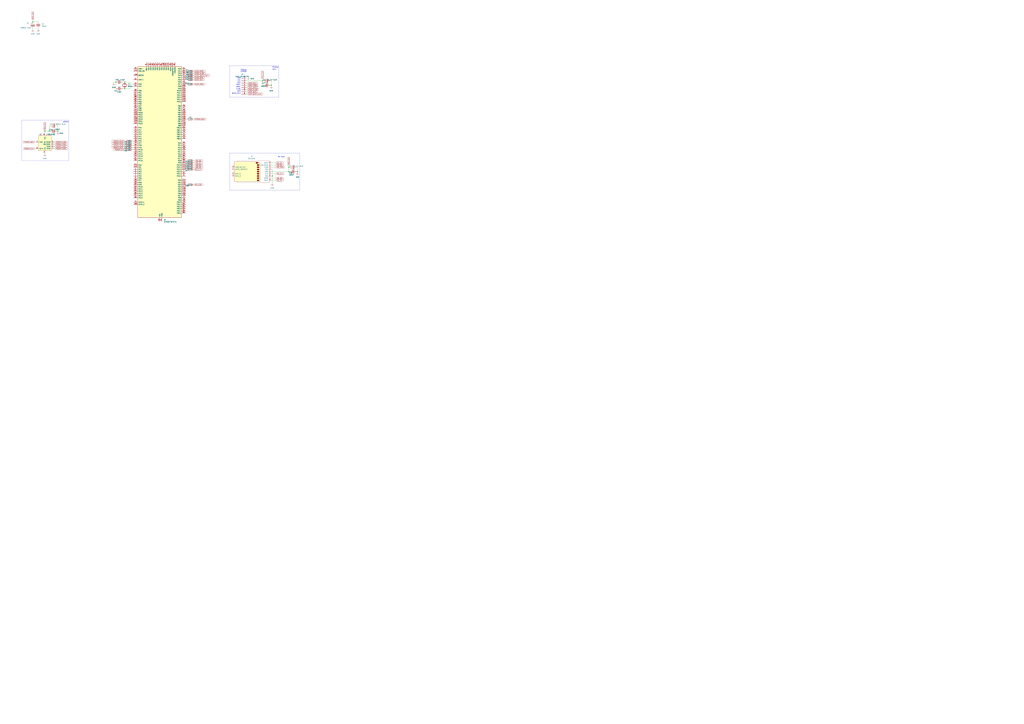
<source format=kicad_sch>
(kicad_sch (version 20231120) (generator "eeschema") (generator_version "8.0")
  (paper "A0")
  (title_block (title "FerFox Prototype") (rev "1") (comment 1 "Aravita Cor") (comment 2 "AGPLv3+"))
  (lib_symbols
    (symbol "Connector:Conn_01x08_Pin" (pin_names (offset 1.016) hide)
      (property "Reference" "J" (at 0 10.16 0))
      (property "Value" "Conn_01x08_Pin" (at 0 -12.7 0))
      (symbol "Conn_01x08_Pin_1_1"
        (polyline (pts (xy 1.27 -10.16) (xy 0.8636 -10.16)) (stroke (width 0.1524)))
        (polyline (pts (xy 1.27 -7.62) (xy 0.8636 -7.62)) (stroke (width 0.1524)))
        (polyline (pts (xy 1.27 -5.08) (xy 0.8636 -5.08)) (stroke (width 0.1524)))
        (polyline (pts (xy 1.27 -2.54) (xy 0.8636 -2.54)) (stroke (width 0.1524)))
        (polyline (pts (xy 1.27 0) (xy 0.8636 0)) (stroke (width 0.1524)))
        (polyline (pts (xy 1.27 2.54) (xy 0.8636 2.54)) (stroke (width 0.1524)))
        (polyline (pts (xy 1.27 5.08) (xy 0.8636 5.08)) (stroke (width 0.1524)))
        (polyline (pts (xy 1.27 7.62) (xy 0.8636 7.62)) (stroke (width 0.1524)))
        (rectangle (start 0.8636 -10.033) (end 0 -10.287) (stroke (width 0.1524)) (fill (type outline)))
        (rectangle (start 0.8636 -7.493) (end 0 -7.747) (stroke (width 0.1524)) (fill (type outline)))
        (rectangle (start 0.8636 -4.953) (end 0 -5.207) (stroke (width 0.1524)) (fill (type outline)))
        (rectangle (start 0.8636 -2.413) (end 0 -2.667) (stroke (width 0.1524)) (fill (type outline)))
        (rectangle (start 0.8636 0.127) (end 0 -0.127) (stroke (width 0.1524)) (fill (type outline)))
        (rectangle (start 0.8636 2.667) (end 0 2.413) (stroke (width 0.1524)) (fill (type outline)))
        (rectangle (start 0.8636 5.207) (end 0 4.953) (stroke (width 0.1524)) (fill (type outline)))
        (rectangle (start 0.8636 7.747) (end 0 7.493) (stroke (width 0.1524)) (fill (type outline)))
        (pin passive line (at 5.08 7.62 180) (length 3.81) (name "Pin_1") (number "1"))
        (pin passive line (at 5.08 5.08 180) (length 3.81) (name "Pin_2") (number "2"))
        (pin passive line (at 5.08 2.54 180) (length 3.81) (name "Pin_3") (number "3"))
        (pin passive line (at 5.08 0 180) (length 3.81) (name "Pin_4") (number "4"))
        (pin passive line (at 5.08 -2.54 180) (length 3.81) (name "Pin_5") (number "5"))
        (pin passive line (at 5.08 -5.08 180) (length 3.81) (name "Pin_6") (number "6"))
        (pin passive line (at 5.08 -7.62 180) (length 3.81) (name "Pin_7") (number "7"))
        (pin passive line (at 5.08 -10.16 180) (length 3.81) (name "Pin_8") (number "8"))
      )
    )
    (symbol "Connector:SD_Card" (pin_names (offset 1.016))
      (property "Reference" "J" (at -16.51 13.97 0))
      (property "Value" "SD_Card" (at 15.24 -13.97 0))
      (symbol "SD_Card_0_1"
        (rectangle (start -8.89 -9.525) (end -6.35 -10.795) (fill (type outline)))
        (rectangle (start -8.89 -6.985) (end -6.35 -8.255) (fill (type outline)))
        (rectangle (start -8.89 -4.445) (end -6.35 -5.715) (fill (type outline)))
        (rectangle (start -8.89 -1.905) (end -6.35 -3.175) (fill (type outline)))
        (rectangle (start -8.89 0.635) (end -6.35 -0.635) (fill (type outline)))
        (rectangle (start -8.89 3.175) (end -6.35 1.905) (fill (type outline)))
        (rectangle (start -8.89 5.715) (end -6.35 4.445) (fill (type outline)))
        (rectangle (start -8.89 8.255) (end -6.35 6.985) (fill (type outline)))
        (rectangle (start -7.62 10.795) (end -5.08 9.525) (fill (type outline)))
        (polyline (pts (xy -10.16 8.89) (xy -7.62 11.43) (xy 20.32 11.43) (xy 20.32 -11.43) (xy -10.16 -11.43) (xy -10.16 8.89)) (fill (type background)))
        (polyline (pts (xy 16.51 11.43) (xy 16.51 12.7) (xy -20.32 12.7) (xy -20.32 -12.7) (xy 16.51 -12.7) (xy 16.51 -11.43)))
      )
      (symbol "SD_Card_1_1"
        (pin input line (at -22.86 7.62 0) (length 2.54) (name "CD/DAT3") (number "1"))
        (pin input line (at 22.86 5.08 180) (length 2.54) (name "CARD_DETECT") (number "10"))
        (pin input line (at 22.86 2.54 180) (length 2.54) (name "WRITE_PROTECT") (number "11"))
        (pin input line (at 22.86 -2.54 180) (length 2.54) (name "SHELL1") (number "12"))
        (pin input line (at 22.86 -5.08 180) (length 2.54) (name "SHELL2") (number "13"))
        (pin input line (at -22.86 5.08 0) (length 2.54) (name "CMD") (number "2"))
        (pin power_in line (at -22.86 2.54 0) (length 2.54) (name "VSS") (number "3"))
        (pin power_in line (at -22.86 0 0) (length 2.54) (name "VDD") (number "4"))
        (pin input line (at -22.86 -2.54 0) (length 2.54) (name "CLK") (number "5"))
        (pin power_in line (at -22.86 -5.08 0) (length 2.54) (name "VSS") (number "6"))
        (pin input line (at -22.86 -7.62 0) (length 2.54) (name "DAT0") (number "7"))
        (pin input line (at -22.86 -10.16 0) (length 2.54) (name "DAT1") (number "8"))
        (pin input line (at -22.86 10.16 0) (length 2.54) (name "DAT2") (number "9"))
      )
    )
    (symbol "Device:C" (pin_numbers hide) (pin_names (offset 0.254))
      (property "Reference" "C" (at 0.635 2.54 0))
      (property "Value" "C" (at 0.635 -2.54 0))
      (symbol "C_0_1"
        (polyline (pts (xy -2.032 -0.762) (xy 2.032 -0.762)) (stroke (width 0.508)))
        (polyline (pts (xy -2.032 0.762) (xy 2.032 0.762)) (stroke (width 0.508)))
      )
      (symbol "C_1_1"
        (pin passive line (at 0 3.81 270) (length 2.794) (name "~") (number "1"))
        (pin passive line (at 0 -3.81 90) (length 2.794) (name "~") (number "2"))
      )
    )
    (symbol "Device:C_Polarized" (pin_numbers hide) (pin_names (offset 0.254))
      (property "Reference" "C" (at 0.635 2.54 0))
      (property "Value" "C_Polarized" (at 0.635 -2.54 0))
      (symbol "C_Polarized_0_1"
        (rectangle (start -2.286 0.508) (end 2.286 1.016))
        (polyline (pts (xy -1.778 2.286) (xy -0.762 2.286)))
        (polyline (pts (xy -1.27 2.794) (xy -1.27 1.778)))
        (rectangle (start 2.286 -0.508) (end -2.286 -1.016) (fill (type outline)))
      )
      (symbol "C_Polarized_1_1"
        (pin passive line (at 0 3.81 270) (length 2.794) (name "~") (number "1"))
        (pin passive line (at 0 -3.81 90) (length 2.794) (name "~") (number "2"))
      )
    )
    (symbol "Device:Crystal" (pin_numbers hide) (pin_names (offset 1.016) hide)
      (property "Reference" "Y" (at 0 3.81 0))
      (property "Value" "Crystal" (at 0 -3.81 0))
      (symbol "Crystal_0_1"
        (rectangle (start -1.143 2.54) (end 1.143 -2.54) (stroke (width 0.3048)))
        (polyline (pts (xy -2.54 0) (xy -1.905 0)))
        (polyline (pts (xy -1.905 -1.27) (xy -1.905 1.27)) (stroke (width 0.508)))
        (polyline (pts (xy 1.905 -1.27) (xy 1.905 1.27)) (stroke (width 0.508)))
        (polyline (pts (xy 2.54 0) (xy 1.905 0)))
      )
      (symbol "Crystal_1_1"
        (pin passive line (at -3.81 0 0) (length 1.27) (name "1") (number "1"))
        (pin passive line (at 3.81 0 180) (length 1.27) (name "2") (number "2"))
      )
    )
    (symbol "Device:R" (pin_numbers hide) (pin_names (offset 0))
      (property "Reference" "R" (at 2.032 0 90))
      (property "Value" "R" (at 0 0 90))
      (symbol "R_0_1"
        (rectangle (start -1.016 -2.54) (end 1.016 2.54) (stroke (width 0.254)))
      )
      (symbol "R_1_1"
        (pin passive line (at 0 3.81 270) (length 1.27) (name "~") (number "1"))
        (pin passive line (at 0 -3.81 90) (length 1.27) (name "~") (number "2"))
      )
    )
    (symbol "GND_1" (power) (pin_numbers hide) (pin_names (offset 0) hide)
      (property "Value" "GND" (at 0 -3.81 0))
      (symbol "GND_1_0_1"
        (polyline (pts (xy 0 0) (xy 0 -1.27) (xy 1.27 -1.27) (xy 0 -2.54) (xy -1.27 -1.27) (xy 0 -1.27)))
      )
      (symbol "GND_1_1_1"
        (pin power_in line (at 0 0 270) (length 0) (name "~") (number "1"))
      )
    )
    (symbol "GND_2" (power) (pin_numbers hide) (pin_names (offset 0) hide)
      (property "Value" "GND" (at 0 -3.81 0))
      (symbol "GND_2_0_1"
        (polyline (pts (xy 0 0) (xy 0 -1.27) (xy 1.27 -1.27) (xy 0 -2.54) (xy -1.27 -1.27) (xy 0 -1.27)))
      )
      (symbol "GND_2_1_1"
        (pin power_in line (at 0 0 270) (length 0) (name "~") (number "1"))
      )
    )
    (symbol "MCU_ST_STM32F7:STM32F767ZITx"
      (property "Reference" "U" (at -25.4 90.17 0))
      (property "Value" "STM32F767ZITx" (at 20.32 90.17 0))
      (symbol "STM32F767ZITx_0_1"
        (rectangle (start -25.4 -86.36) (end 25.4 88.9) (stroke (width 0.254)) (fill (type background)))
      )
      (symbol "STM32F767ZITx_1_1"
        (pin bidirectional line (at -30.48 -30.48 0) (length 5.08) (name "PE2") (number "1"))
        (pin bidirectional line (at -30.48 17.78 0) (length 5.08) (name "PF0") (number "10"))
        (pin bidirectional line (at 30.48 66.04 180) (length 5.08) (name "PA8") (number "100"))
        (pin bidirectional line (at 30.48 63.5 180) (length 5.08) (name "PA9") (number "101"))
        (pin bidirectional line (at 30.48 60.96 180) (length 5.08) (name "PA10") (number "102"))
        (pin bidirectional line (at 30.48 58.42 180) (length 5.08) (name "PA11") (number "103"))
        (pin bidirectional line (at 30.48 55.88 180) (length 5.08) (name "PA12") (number "104"))
        (pin bidirectional line (at 30.48 53.34 180) (length 5.08) (name "PA13") (number "105"))
        (pin power_out line (at -30.48 -71.12 0) (length 5.08) (name "VCAP_2") (number "106"))
        (pin passive line (at 0 -91.44 90) (length 5.08) hide (name "VSS") (number "107"))
        (pin power_in line (at 5.08 93.98 270) (length 5.08) (name "VDD") (number "108"))
        (pin bidirectional line (at 30.48 50.8 180) (length 5.08) (name "PA14") (number "109"))
        (pin bidirectional line (at -30.48 15.24 0) (length 5.08) (name "PF1") (number "11"))
        (pin bidirectional line (at 30.48 48.26 180) (length 5.08) (name "PA15") (number "110"))
        (pin bidirectional line (at 30.48 -25.4 180) (length 5.08) (name "PC10") (number "111"))
        (pin bidirectional line (at 30.48 -27.94 180) (length 5.08) (name "PC11") (number "112"))
        (pin bidirectional line (at 30.48 -30.48 180) (length 5.08) (name "PC12") (number "113"))
        (pin bidirectional line (at 30.48 -43.18 180) (length 5.08) (name "PD0") (number "114"))
        (pin bidirectional line (at 30.48 -45.72 180) (length 5.08) (name "PD1") (number "115"))
        (pin bidirectional line (at 30.48 -48.26 180) (length 5.08) (name "PD2") (number "116"))
        (pin bidirectional line (at 30.48 -50.8 180) (length 5.08) (name "PD3") (number "117"))
        (pin bidirectional line (at 30.48 -53.34 180) (length 5.08) (name "PD4") (number "118"))
        (pin bidirectional line (at 30.48 -55.88 180) (length 5.08) (name "PD5") (number "119"))
        (pin bidirectional line (at -30.48 12.7 0) (length 5.08) (name "PF2") (number "12"))
        (pin passive line (at 0 -91.44 90) (length 5.08) hide (name "VSS") (number "120"))
        (pin power_in line (at 15.24 93.98 270) (length 5.08) (name "VDDSDMMC") (number "121"))
        (pin bidirectional line (at 30.48 -58.42 180) (length 5.08) (name "PD6") (number "122"))
        (pin bidirectional line (at 30.48 -60.96 180) (length 5.08) (name "PD7") (number "123"))
        (pin bidirectional line (at -30.48 38.1 0) (length 5.08) (name "PG9") (number "124"))
        (pin bidirectional line (at -30.48 35.56 0) (length 5.08) (name "PG10") (number "125"))
        (pin bidirectional line (at -30.48 33.02 0) (length 5.08) (name "PG11") (number "126"))
        (pin bidirectional line (at -30.48 30.48 0) (length 5.08) (name "PG12") (number "127"))
        (pin bidirectional line (at -30.48 27.94 0) (length 5.08) (name "PG13") (number "128"))
        (pin bidirectional line (at -30.48 25.4 0) (length 5.08) (name "PG14") (number "129"))
        (pin bidirectional line (at -30.48 10.16 0) (length 5.08) (name "PF3") (number "13"))
        (pin passive line (at 0 -91.44 90) (length 5.08) hide (name "VSS") (number "130"))
        (pin power_in line (at 7.62 93.98 270) (length 5.08) (name "VDD") (number "131"))
        (pin bidirectional line (at -30.48 22.86 0) (length 5.08) (name "PG15") (number "132"))
        (pin bidirectional line (at 30.48 35.56 180) (length 5.08) (name "PB3") (number "133"))
        (pin bidirectional line (at 30.48 33.02 180) (length 5.08) (name "PB4") (number "134"))
        (pin bidirectional line (at 30.48 30.48 180) (length 5.08) (name "PB5") (number "135"))
        (pin bidirectional line (at 30.48 27.94 180) (length 5.08) (name "PB6") (number "136"))
        (pin bidirectional line (at 30.48 25.4 180) (length 5.08) (name "PB7") (number "137"))
        (pin input line (at -30.48 78.74 0) (length 5.08) (name "BOOT0") (number "138"))
        (pin bidirectional line (at 30.48 22.86 180) (length 5.08) (name "PB8") (number "139"))
        (pin bidirectional line (at -30.48 7.62 0) (length 5.08) (name "PF4") (number "14"))
        (pin bidirectional line (at 30.48 20.32 180) (length 5.08) (name "PB9") (number "140"))
        (pin bidirectional line (at -30.48 -25.4 0) (length 5.08) (name "PE0") (number "141"))
        (pin bidirectional line (at -30.48 -27.94 0) (length 5.08) (name "PE1") (number "142"))
        (pin input line (at -30.48 83.82 0) (length 5.08) (name "PDR_ON") (number "143"))
        (pin power_in line (at 10.16 93.98 270) (length 5.08) (name "VDD") (number "144"))
        (pin bidirectional line (at -30.48 5.08 0) (length 5.08) (name "PF5") (number "15"))
        (pin power_in line (at 0 -91.44 90) (length 5.08) (name "VSS") (number "16"))
        (pin power_in line (at -12.7 93.98 270) (length 5.08) (name "VDD") (number "17"))
        (pin bidirectional line (at -30.48 2.54 0) (length 5.08) (name "PF6") (number "18"))
        (pin bidirectional line (at -30.48 0 0) (length 5.08) (name "PF7") (number "19"))
        (pin bidirectional line (at -30.48 -33.02 0) (length 5.08) (name "PE3") (number "2"))
        (pin bidirectional line (at -30.48 -2.54 0) (length 5.08) (name "PF8") (number "20"))
        (pin bidirectional line (at -30.48 -5.08 0) (length 5.08) (name "PF9") (number "21"))
        (pin bidirectional line (at -30.48 -7.62 0) (length 5.08) (name "PF10") (number "22"))
        (pin bidirectional line (at -30.48 68.58 0) (length 5.08) (name "PH0") (number "23"))
        (pin bidirectional line (at -30.48 66.04 0) (length 5.08) (name "PH1") (number "24"))
        (pin input line (at -30.48 86.36 0) (length 5.08) (name "NRST") (number "25"))
        (pin bidirectional line (at 30.48 0 180) (length 5.08) (name "PC0") (number "26"))
        (pin bidirectional line (at 30.48 -2.54 180) (length 5.08) (name "PC1") (number "27"))
        (pin bidirectional line (at 30.48 -5.08 180) (length 5.08) (name "PC2") (number "28"))
        (pin bidirectional line (at 30.48 -7.62 180) (length 5.08) (name "PC3") (number "29"))
        (pin bidirectional line (at -30.48 -35.56 0) (length 5.08) (name "PE4") (number "3"))
        (pin power_in line (at -10.16 93.98 270) (length 5.08) (name "VDD") (number "30"))
        (pin power_in line (at 2.54 -91.44 90) (length 5.08) (name "VSSA") (number "31"))
        (pin input line (at -30.48 73.66 0) (length 5.08) (name "VREF+") (number "32"))
        (pin power_in line (at 12.7 93.98 270) (length 5.08) (name "VDDA") (number "33"))
        (pin bidirectional line (at 30.48 86.36 180) (length 5.08) (name "PA0") (number "34"))
        (pin bidirectional line (at 30.48 83.82 180) (length 5.08) (name "PA1") (number "35"))
        (pin bidirectional line (at 30.48 81.28 180) (length 5.08) (name "PA2") (number "36"))
        (pin bidirectional line (at 30.48 78.74 180) (length 5.08) (name "PA3") (number "37"))
        (pin passive line (at 0 -91.44 90) (length 5.08) hide (name "VSS") (number "38"))
        (pin power_in line (at -7.62 93.98 270) (length 5.08) (name "VDD") (number "39"))
        (pin bidirectional line (at -30.48 -38.1 0) (length 5.08) (name "PE5") (number "4"))
        (pin bidirectional line (at 30.48 76.2 180) (length 5.08) (name "PA4") (number "40"))
        (pin bidirectional line (at 30.48 73.66 180) (length 5.08) (name "PA5") (number "41"))
        (pin bidirectional line (at 30.48 71.12 180) (length 5.08) (name "PA6") (number "42"))
        (pin bidirectional line (at 30.48 68.58 180) (length 5.08) (name "PA7") (number "43"))
        (pin bidirectional line (at 30.48 -10.16 180) (length 5.08) (name "PC4") (number "44"))
        (pin bidirectional line (at 30.48 -12.7 180) (length 5.08) (name "PC5") (number "45"))
        (pin bidirectional line (at 30.48 43.18 180) (length 5.08) (name "PB0") (number "46"))
        (pin bidirectional line (at 30.48 40.64 180) (length 5.08) (name "PB1") (number "47"))
        (pin bidirectional line (at 30.48 38.1 180) (length 5.08) (name "PB2") (number "48"))
        (pin bidirectional line (at -30.48 -10.16 0) (length 5.08) (name "PF11") (number "49"))
        (pin bidirectional line (at -30.48 -40.64 0) (length 5.08) (name "PE6") (number "5"))
        (pin bidirectional line (at -30.48 -12.7 0) (length 5.08) (name "PF12") (number "50"))
        (pin passive line (at 0 -91.44 90) (length 5.08) hide (name "VSS") (number "51"))
        (pin power_in line (at -5.08 93.98 270) (length 5.08) (name "VDD") (number "52"))
        (pin bidirectional line (at -30.48 -15.24 0) (length 5.08) (name "PF13") (number "53"))
        (pin bidirectional line (at -30.48 -17.78 0) (length 5.08) (name "PF14") (number "54"))
        (pin bidirectional line (at -30.48 -20.32 0) (length 5.08) (name "PF15") (number "55"))
        (pin bidirectional line (at -30.48 60.96 0) (length 5.08) (name "PG0") (number "56"))
        (pin bidirectional line (at -30.48 58.42 0) (length 5.08) (name "PG1") (number "57"))
        (pin bidirectional line (at -30.48 -43.18 0) (length 5.08) (name "PE7") (number "58"))
        (pin bidirectional line (at -30.48 -45.72 0) (length 5.08) (name "PE8") (number "59"))
        (pin power_in line (at -15.24 93.98 270) (length 5.08) (name "VBAT") (number "6"))
        (pin bidirectional line (at -30.48 -48.26 0) (length 5.08) (name "PE9") (number "60"))
        (pin passive line (at 0 -91.44 90) (length 5.08) hide (name "VSS") (number "61"))
        (pin power_in line (at -2.54 93.98 270) (length 5.08) (name "VDD") (number "62"))
        (pin bidirectional line (at -30.48 -50.8 0) (length 5.08) (name "PE10") (number "63"))
        (pin bidirectional line (at -30.48 -53.34 0) (length 5.08) (name "PE11") (number "64"))
        (pin bidirectional line (at -30.48 -55.88 0) (length 5.08) (name "PE12") (number "65"))
        (pin bidirectional line (at -30.48 -58.42 0) (length 5.08) (name "PE13") (number "66"))
        (pin bidirectional line (at -30.48 -60.96 0) (length 5.08) (name "PE14") (number "67"))
        (pin bidirectional line (at -30.48 -63.5 0) (length 5.08) (name "PE15") (number "68"))
        (pin bidirectional line (at 30.48 17.78 180) (length 5.08) (name "PB10") (number "69"))
        (pin bidirectional line (at 30.48 -33.02 180) (length 5.08) (name "PC13") (number "7"))
        (pin bidirectional line (at 30.48 15.24 180) (length 5.08) (name "PB11") (number "70"))
        (pin power_out line (at -30.48 -68.58 0) (length 5.08) (name "VCAP_1") (number "71"))
        (pin power_in line (at 0 93.98 270) (length 5.08) (name "VDD") (number "72"))
        (pin bidirectional line (at 30.48 12.7 180) (length 5.08) (name "PB12") (number "73"))
        (pin bidirectional line (at 30.48 10.16 180) (length 5.08) (name "PB13") (number "74"))
        (pin bidirectional line (at 30.48 7.62 180) (length 5.08) (name "PB14") (number "75"))
        (pin bidirectional line (at 30.48 5.08 180) (length 5.08) (name "PB15") (number "76"))
        (pin bidirectional line (at 30.48 -63.5 180) (length 5.08) (name "PD8") (number "77"))
        (pin bidirectional line (at 30.48 -66.04 180) (length 5.08) (name "PD9") (number "78"))
        (pin bidirectional line (at 30.48 -68.58 180) (length 5.08) (name "PD10") (number "79"))
        (pin bidirectional line (at 30.48 -35.56 180) (length 5.08) (name "PC14") (number "8"))
        (pin bidirectional line (at 30.48 -71.12 180) (length 5.08) (name "PD11") (number "80"))
        (pin bidirectional line (at 30.48 -73.66 180) (length 5.08) (name "PD12") (number "81"))
        (pin bidirectional line (at 30.48 -76.2 180) (length 5.08) (name "PD13") (number "82"))
        (pin passive line (at 0 -91.44 90) (length 5.08) hide (name "VSS") (number "83"))
        (pin power_in line (at 2.54 93.98 270) (length 5.08) (name "VDD") (number "84"))
        (pin bidirectional line (at 30.48 -78.74 180) (length 5.08) (name "PD14") (number "85"))
        (pin bidirectional line (at 30.48 -81.28 180) (length 5.08) (name "PD15") (number "86"))
        (pin bidirectional line (at -30.48 55.88 0) (length 5.08) (name "PG2") (number "87"))
        (pin bidirectional line (at -30.48 53.34 0) (length 5.08) (name "PG3") (number "88"))
        (pin bidirectional line (at -30.48 50.8 0) (length 5.08) (name "PG4") (number "89"))
        (pin bidirectional line (at 30.48 -38.1 180) (length 5.08) (name "PC15") (number "9"))
        (pin bidirectional line (at -30.48 48.26 0) (length 5.08) (name "PG5") (number "90"))
        (pin bidirectional line (at -30.48 45.72 0) (length 5.08) (name "PG6") (number "91"))
        (pin bidirectional line (at -30.48 43.18 0) (length 5.08) (name "PG7") (number "92"))
        (pin bidirectional line (at -30.48 40.64 0) (length 5.08) (name "PG8") (number "93"))
        (pin passive line (at 0 -91.44 90) (length 5.08) hide (name "VSS") (number "94"))
        (pin power_in line (at 17.78 93.98 270) (length 5.08) (name "VDDUSB") (number "95"))
        (pin bidirectional line (at 30.48 -15.24 180) (length 5.08) (name "PC6") (number "96"))
        (pin bidirectional line (at 30.48 -17.78 180) (length 5.08) (name "PC7") (number "97"))
        (pin bidirectional line (at 30.48 -20.32 180) (length 5.08) (name "PC8") (number "98"))
        (pin bidirectional line (at 30.48 -22.86 180) (length 5.08) (name "PC9") (number "99"))
      )
    )
    (symbol "aravita library:LY68L6400" (pin_names (offset 1.016))
      (property "Reference" "U" (at 1.27 -3.81 0))
      (property "Value" "LY68L6400" (at 0 -10.16 0))
      (symbol "LY68L6400_0_1"
        (rectangle (start -7.62 -5.08) (end 7.62 -22.86) (fill (type background)))
      )
      (symbol "LY68L6400_1_1"
        (pin input line (at -10.16 -12.7 0) (length 2.54) (name "CE#") (number "1"))
        (pin bidirectional line (at 10.16 -15.24 180) (length 2.54) (name "SO/SIO1") (number "2"))
        (pin bidirectional line (at 10.16 -17.78 180) (length 2.54) (name "SIO2") (number "3"))
        (pin power_in line (at 0 -25.4 90) (length 2.54) (name "Vss") (number "4"))
        (pin bidirectional line (at 10.16 -12.7 180) (length 2.54) (name "SI/SIO0") (number "5"))
        (pin input line (at -10.16 -20.32 0) (length 2.54) (name "SCLK") (number "6"))
        (pin bidirectional line (at 10.16 -20.32 180) (length 2.54) (name "SIO3") (number "7"))
        (pin power_in line (at 0 -2.54 270) (length 2.54) (name "Vcc") (number "8"))
      )
    )
    (symbol "power:GND" (power) (pin_names (offset 0))
      (property "Value" "GND" (at 0 -3.81 0))
      (symbol "GND_0_1"
        (polyline (pts (xy 0 0) (xy 0 -1.27) (xy 1.27 -1.27) (xy 0 -2.54) (xy -1.27 -1.27) (xy 0 -1.27)))
      )
      (symbol "GND_1_1"
        (pin power_in line (at 0 0 270) (length 0) hide (name "GND") (number "1"))
      )
    )
  )
  (junction (at 52.07 152.4))
  (junction (at 144.78 95.25))
  (junction (at 57.15 152.4))
  (junction (at 134.62 95.25))
  (junction (at 335.28 199.39))
  (junction (at 314.96 99.06))
  (junction (at 316.23 204.47))
  (junction (at 67.31 152.4))
  (junction (at 144.78 102.87))
  (junction (at 38.1 25.4))
  (junction (at 304.8 93.98))
  (junction (at 345.44 199.39))
  (junction (at 335.28 194.31))
  (wire (pts (xy 215.9 92.71) (xy 217.17 92.71)))
  (wire (pts (xy 335.28 194.31) (xy 336.55 194.31)))
  (wire (pts (xy 67.31 152.4) (xy 66.04 152.4)))
  (wire (pts (xy 314.96 191.77) (xy 320.04 191.77)))
  (wire (pts (xy 38.1 25.4) (xy 44.45 25.4)))
  (wire (pts (xy 285.75 101.6) (xy 287.02 101.6)))
  (wire (pts (xy 215.9 87.63) (xy 217.17 87.63)))
  (wire (pts (xy 314.96 93.98) (xy 314.96 99.06)))
  (wire (pts (xy 224.79 191.77) (xy 226.06 191.77)))
  (wire (pts (xy 67.31 146.05) (xy 67.31 152.4)))
  (wire (pts (xy 153.67 166.37) (xy 154.94 166.37)))
  (wire (pts (xy 153.67 163.83) (xy 154.94 163.83)))
  (wire (pts (xy 314.96 194.31) (xy 320.04 194.31)))
  (wire (pts (xy 215.9 85.09) (xy 217.17 85.09)))
  (wire (pts (xy 153.67 168.91) (xy 154.94 168.91)))
  (wire (pts (xy 224.79 90.17) (xy 226.06 90.17)))
  (wire (pts (xy 144.78 171.45) (xy 146.05 171.45)))
  (wire (pts (xy 314.96 99.06) (xy 313.69 99.06)))
  (wire (pts (xy 314.96 201.93) (xy 320.04 201.93)))
  (wire (pts (xy 215.9 189.23) (xy 217.17 189.23)))
  (wire (pts (xy 304.8 93.98) (xy 304.8 91.44)))
  (wire (pts (xy 40.64 172.72) (xy 41.91 172.72)))
  (wire (pts (xy 52.07 151.13) (xy 52.07 152.4)))
  (wire (pts (xy 154.94 97.79) (xy 151.13 97.79)))
  (wire (pts (xy 132.08 96.52) (xy 132.08 95.25)))
  (wire (pts (xy 314.96 204.47) (xy 316.23 204.47)))
  (wire (pts (xy 224.79 92.71) (xy 226.06 92.71)))
  (wire (pts (xy 345.44 194.31) (xy 344.17 194.31)))
  (wire (pts (xy 142.24 102.87) (xy 144.78 102.87)))
  (wire (pts (xy 224.79 97.79) (xy 226.06 97.79)))
  (wire (pts (xy 215.9 90.17) (xy 217.17 90.17)))
  (wire (pts (xy 224.79 186.69) (xy 226.06 186.69)))
  (wire (pts (xy 40.64 165.1) (xy 41.91 165.1)))
  (wire (pts (xy 63.5 172.72) (xy 62.23 172.72)))
  (wire (pts (xy 63.5 170.18) (xy 62.23 170.18)))
  (wire (pts (xy 215.9 214.63) (xy 217.17 214.63)))
  (wire (pts (xy 314.96 209.55) (xy 320.04 209.55)))
  (wire (pts (xy 224.79 214.63) (xy 226.06 214.63)))
  (wire (pts (xy 224.79 82.55) (xy 226.06 82.55)))
  (wire (pts (xy 52.07 152.4) (xy 52.07 154.94)))
  (wire (pts (xy 224.79 189.23) (xy 226.06 189.23)))
  (wire (pts (xy 314.96 99.06) (xy 314.96 100.33)))
  (wire (pts (xy 285.75 99.06) (xy 287.02 99.06)))
  (wire (pts (xy 57.15 152.4) (xy 58.42 152.4)))
  (wire (pts (xy 215.9 186.69) (xy 217.17 186.69)))
  (wire (pts (xy 336.55 199.39) (xy 335.28 199.39)))
  (wire (pts (xy 316.23 204.47) (xy 316.23 213.36)))
  (wire (pts (xy 224.79 87.63) (xy 226.06 87.63)))
  (wire (pts (xy 215.9 196.85) (xy 217.17 196.85)))
  (wire (pts (xy 345.44 199.39) (xy 345.44 194.31)))
  (wire (pts (xy 144.78 173.99) (xy 146.05 173.99)))
  (wire (pts (xy 215.9 194.31) (xy 217.17 194.31)))
  (wire (pts (xy 345.44 200.66) (xy 345.44 199.39)))
  (wire (pts (xy 215.9 82.55) (xy 217.17 82.55)))
  (wire (pts (xy 144.78 166.37) (xy 146.05 166.37)))
  (wire (pts (xy 314.96 189.23) (xy 320.04 189.23)))
  (wire (pts (xy 285.75 93.98) (xy 304.8 93.98)))
  (wire (pts (xy 62.23 167.64) (xy 63.5 167.64)))
  (wire (pts (xy 285.75 106.68) (xy 287.02 106.68)))
  (wire (pts (xy 314.96 199.39) (xy 335.28 199.39)))
  (wire (pts (xy 52.07 177.8) (xy 52.07 179.07)))
  (wire (pts (xy 142.24 95.25) (xy 144.78 95.25)))
  (wire (pts (xy 58.42 146.05) (xy 57.15 146.05)))
  (wire (pts (xy 151.13 95.25) (xy 144.78 95.25)))
  (wire (pts (xy 224.79 85.09) (xy 226.06 85.09)))
  (wire (pts (xy 344.17 199.39) (xy 345.44 199.39)))
  (wire (pts (xy 285.75 104.14) (xy 287.02 104.14)))
  (wire (pts (xy 285.75 109.22) (xy 287.02 109.22)))
  (wire (pts (xy 224.79 194.31) (xy 226.06 194.31)))
  (wire (pts (xy 316.23 196.85) (xy 316.23 204.47)))
  (wire (pts (xy 153.67 171.45) (xy 154.94 171.45)))
  (wire (pts (xy 57.15 146.05) (xy 57.15 152.4)))
  (wire (pts (xy 144.78 168.91) (xy 146.05 168.91)))
  (wire (pts (xy 66.04 146.05) (xy 67.31 146.05)))
  (wire (pts (xy 151.13 102.87) (xy 144.78 102.87)))
  (wire (pts (xy 38.1 33.02) (xy 38.1 34.29)))
  (wire (pts (xy 62.23 165.1) (xy 63.5 165.1)))
  (wire (pts (xy 215.9 138.43) (xy 217.17 138.43)))
  (wire (pts (xy 151.13 100.33) (xy 151.13 102.87)))
  (wire (pts (xy 335.28 194.31) (xy 335.28 199.39)))
  (wire (pts (xy 215.9 191.77) (xy 217.17 191.77)))
  (wire (pts (xy 304.8 93.98) (xy 304.8 99.06)))
  (wire (pts (xy 285.75 96.52) (xy 287.02 96.52)))
  (wire (pts (xy 153.67 173.99) (xy 154.94 173.99)))
  (wire (pts (xy 154.94 100.33) (xy 151.13 100.33)))
  (wire (pts (xy 151.13 97.79) (xy 151.13 95.25)))
  (wire (pts (xy 132.08 95.25) (xy 134.62 95.25)))
  (wire (pts (xy 314.96 207.01) (xy 320.04 207.01)))
  (wire (pts (xy 285.75 91.44) (xy 287.02 91.44)))
  (wire (pts (xy 67.31 153.67) (xy 67.31 152.4)))
  (wire (pts (xy 314.96 196.85) (xy 316.23 196.85)))
  (wire (pts (xy 215.9 97.79) (xy 217.17 97.79)))
  (wire (pts (xy 44.45 33.02) (xy 44.45 34.29)))
  (wire (pts (xy 224.79 138.43) (xy 226.06 138.43)))
  (wire (pts (xy 134.62 95.25) (xy 134.62 102.87)))
  (wire (pts (xy 52.07 152.4) (xy 57.15 152.4)))
  (wire (pts (xy 314.96 93.98) (xy 313.69 93.98)))
  (wire (pts (xy 304.8 93.98) (xy 306.07 93.98)))
  (wire (pts (xy 144.78 163.83) (xy 146.05 163.83)))
  (wire (pts (xy 335.28 194.31) (xy 335.28 191.77)))
  (wire (pts (xy 38.1 22.86) (xy 38.1 25.4)))
  (wire (pts (xy 224.79 196.85) (xy 226.06 196.85)))
  (wire (pts (xy 306.07 99.06) (xy 304.8 99.06)))
  (rectangle (start 25.4 139.7) (end 80.01 186.69) (stroke (width 0) (type dash)))
  (rectangle (start 266.7 76.2) (end 323.85 113.03) (stroke (width 0) (type dash)))
  (rectangle (start 266.7 177.8) (end 347.98 220.98) (stroke (width 0) (type dash)))
  (text "SCK" (at 275.59 96.52 0) (effects (font (size 1.27 1.27)) (justify left bottom)))
  (text "pSRAM" (at 73.152 142.494 0) (effects (font (size 1.27 1.27)) (justify left bottom)))
  (text "#CS" (at 275.59 106.68 0) (effects (font (size 1.27 1.27)) (justify left bottom)))
  (text "SPI1" (at 318.516 80.772 0) (effects (font (size 1.27 1.27))))
  (text "SD Card" (at 322.58 182.88 0) (effects (font (size 1.27 1.27)) (justify left bottom)))
  (text "Display" (at 316.23 78.74 0) (effects (font (size 1.27 1.27)) (justify left bottom)))
  (text "BACKLIGHT" (at 269.24 109.22 0) (effects (font (size 1.27 1.27)) (justify left bottom)))
  (text "GND" (at 275.59 91.44 0) (effects (font (size 1.27 1.27)) (justify left bottom)))
  (text "Display\nGC9A01" (at 279.4 83.82 0) (effects (font (size 1.27 1.27)) (justify left bottom)))
  (text "D/#C" (at 274.32 104.14 0) (effects (font (size 1.27 1.27)) (justify left bottom)))
  (text "VCC" (at 275.59 93.98 0) (effects (font (size 1.27 1.27)) (justify left bottom)))
  (text "#RST" (at 274.32 101.6 0) (effects (font (size 1.27 1.27)) (justify left bottom)))
  (text "MOSI" (at 274.32 99.06 0) (effects (font (size 1.27 1.27)) (justify left bottom)))
  (global_label "DISP_MOSI" (shape input) (at 287.02 99.06 0) (property "Intersheetrefs" "${INTERSHEET_REFS}" (effects (hide yes))))
  (global_label "DISP_#CS" (shape output) (at 226.06 90.17 0) (property "Intersheetrefs" "${INTERSHEET_REFS}" (effects (hide yes))))
  (global_label "SD_CLK" (shape output) (at 226.06 196.85 0) (property "Intersheetrefs" "${INTERSHEET_REFS}" (effects (hide yes))))
  (global_label "SD_D1" (shape bidirectional) (at 320.04 209.55 0) (property "Intersheetrefs" "${INTERSHEET_REFS}" (effects (hide yes))))
  (global_label "DISP_D{slash}#C" (shape input) (at 287.02 104.14 0) (property "Intersheetrefs" "${INTERSHEET_REFS}" (effects (hide yes))))
  (global_label "REG_3.3" (shape passive) (at 38.1 22.86 90) (property "Intersheetrefs" "${INTERSHEET_REFS}" (effects (hide yes))))
  (global_label "REG_3.3" (shape passive) (at 335.28 191.77 90) (property "Intersheetrefs" "${INTERSHEET_REFS}" (effects (hide yes))))
  (global_label "DISP_BACKLIGHT" (shape input) (at 287.02 109.22 0) (property "Intersheetrefs" "${INTERSHEET_REFS}" (effects (hide yes))))
  (global_label "PSRAM_SIO0" (shape bidirectional) (at 144.78 168.91 180) (property "Intersheetrefs" "${INTERSHEET_REFS}" (effects (hide yes))))
  (global_label "DISP_D{slash}#C" (shape output) (at 226.06 85.09 0) (property "Intersheetrefs" "${INTERSHEET_REFS}" (effects (hide yes))))
  (global_label "REG_3.3" (shape passive) (at 52.07 151.13 90) (property "Intersheetrefs" "${INTERSHEET_REFS}" (effects (hide yes))))
  (global_label "SD_CMD" (shape input) (at 320.04 194.31 0) (property "Intersheetrefs" "${INTERSHEET_REFS}" (effects (hide yes))))
  (global_label "SD_D2" (shape bidirectional) (at 226.06 191.77 0) (property "Intersheetrefs" "${INTERSHEET_REFS}" (effects (hide yes))))
  (global_label "PSRAM_SIO3" (shape bidirectional) (at 63.5 172.72 0) (property "Intersheetrefs" "${INTERSHEET_REFS}" (effects (hide yes))))
  (global_label "PSRAM_SIO2" (shape bidirectional) (at 144.78 166.37 180) (property "Intersheetrefs" "${INTERSHEET_REFS}" (effects (hide yes))))
  (global_label "REG_3.3" (shape passive) (at 304.8 91.44 90) (property "Intersheetrefs" "${INTERSHEET_REFS}" (effects (hide yes))))
  (global_label "DISP_#RST" (shape input) (at 287.02 101.6 0) (property "Intersheetrefs" "${INTERSHEET_REFS}" (effects (hide yes))))
  (global_label "SD_D0" (shape bidirectional) (at 226.06 186.69 0) (property "Intersheetrefs" "${INTERSHEET_REFS}" (effects (hide yes))))
  (global_label "DISP_#CS" (shape input) (at 287.02 106.68 0) (property "Intersheetrefs" "${INTERSHEET_REFS}" (effects (hide yes))))
  (global_label "PSRAM_#CS" (shape input) (at 40.64 165.1 180) (property "Intersheetrefs" "${INTERSHEET_REFS}" (effects (hide yes))))
  (global_label "PSRAM_SIO1" (shape bidirectional) (at 144.78 171.45 180) (property "Intersheetrefs" "${INTERSHEET_REFS}" (effects (hide yes))))
  (global_label "SD_CLK" (shape input) (at 320.04 201.93 0) (property "Intersheetrefs" "${INTERSHEET_REFS}" (effects (hide yes))))
  (global_label "PSRAM_CLK" (shape input) (at 40.64 172.72 180) (property "Intersheetrefs" "${INTERSHEET_REFS}" (effects (hide yes))))
  (global_label "DISP_MOSI" (shape output) (at 226.06 97.79 0) (property "Intersheetrefs" "${INTERSHEET_REFS}" (effects (hide yes))))
  (global_label "PSRAM_SIO1" (shape bidirectional) (at 63.5 167.64 0) (property "Intersheetrefs" "${INTERSHEET_REFS}" (effects (hide yes))))
  (global_label "SD_CMD" (shape output) (at 226.06 214.63 0) (property "Intersheetrefs" "${INTERSHEET_REFS}" (effects (hide yes))))
  (global_label "DISP_SCK" (shape input) (at 287.02 96.52 0) (property "Intersheetrefs" "${INTERSHEET_REFS}" (effects (hide yes))))
  (global_label "SD_D2" (shape bidirectional) (at 320.04 189.23 0) (property "Intersheetrefs" "${INTERSHEET_REFS}" (effects (hide yes))))
  (global_label "SD_D1" (shape bidirectional) (at 226.06 189.23 0) (property "Intersheetrefs" "${INTERSHEET_REFS}" (effects (hide yes))))
  (global_label "SD_D3" (shape bidirectional) (at 226.06 194.31 0) (property "Intersheetrefs" "${INTERSHEET_REFS}" (effects (hide yes))))
  (global_label "PSRAM_SIO2" (shape bidirectional) (at 63.5 170.18 0) (property "Intersheetrefs" "${INTERSHEET_REFS}" (effects (hide yes))))
  (global_label "DISP_#RST" (shape output) (at 226.06 82.55 0) (property "Intersheetrefs" "${INTERSHEET_REFS}" (effects (hide yes))))
  (global_label "DISP_SCK" (shape output) (at 226.06 92.71 0) (property "Intersheetrefs" "${INTERSHEET_REFS}" (effects (hide yes))))
  (global_label "DISP_BACKLIGHT" (shape output) (at 226.06 87.63 0) (property "Intersheetrefs" "${INTERSHEET_REFS}" (effects (hide yes))))
  (global_label "PSRAM_#CS" (shape output) (at 226.06 138.43 0) (property "Intersheetrefs" "${INTERSHEET_REFS}" (effects (hide yes))))
  (global_label "PSRAM_SIO3" (shape bidirectional) (at 144.78 163.83 180) (property "Intersheetrefs" "${INTERSHEET_REFS}" (effects (hide yes))))
  (global_label "SD_D0" (shape bidirectional) (at 320.04 207.01 0) (property "Intersheetrefs" "${INTERSHEET_REFS}" (effects (hide yes))))
  (global_label "PSRAM_SIO0" (shape bidirectional) (at 63.5 165.1 0) (property "Intersheetrefs" "${INTERSHEET_REFS}" (effects (hide yes))))
  (global_label "SD_D3" (shape bidirectional) (at 320.04 191.77 0) (property "Intersheetrefs" "${INTERSHEET_REFS}" (effects (hide yes))))
  (global_label "PSRAM_CLK" (shape output) (at 144.78 173.99 180) (property "Intersheetrefs" "${INTERSHEET_REFS}" (effects (hide yes))))
  (symbol (lib_id "Device:R") (at 220.98 87.63 90) (unit 1)
    (property "Reference" "R9" (at 216.916 86.614 90))
    (property "Value" "100" (at 220.98 87.63 90))
    (property "Description" "Resistor" (effects (hide yes)))
  )
  (symbol (lib_id "Device:R") (at 149.86 163.83 90) (unit 1)
    (property "Reference" "R1" (at 146.05 165.1 90))
    (property "Value" "100" (at 149.86 163.83 90))
    (property "Description" "Resistor" (effects (hide yes)))
  )
  (symbol (lib_id "Device:R") (at 149.86 166.37 90) (unit 1)
    (property "Reference" "R2" (at 146.05 167.64 90))
    (property "Value" "100" (at 149.86 166.37 90))
    (property "Description" "Resistor" (effects (hide yes)))
  )
  (symbol (lib_id "Device:C_Polarized") (at 340.36 194.31 90) (unit 1)
    (property "Reference" "C4" (at 338.582 193.04 90) (effects (justify left)))
    (property "Value" "4.7uF 6.3V" (at 352.298 193.04 90) (effects (justify left)))
    (property "Description" "Polarized capacitor" (effects (hide yes)))
  )
  (symbol (lib_id "power:GND") (at 345.44 200.66 0) (unit 1)
    (property "Reference" "#PWR012" (effects (hide yes)))
    (property "Value" "GND" (at 345.44 205.74 0))
  )
  (symbol (lib_id "Connector:Conn_01x08_Pin") (at 280.67 99.06 0) (unit 1)
    (property "Reference" "J1" (at 281.305 86.36 0))
    (property "Value" "Conn_01x08_Pin" (at 281.305 88.9 0))
  )
  (symbol (lib_id "Device:C_Polarized") (at 309.88 93.98 90) (unit 1)
    (property "Reference" "C3" (at 308.102 92.71 90) (effects (justify left)))
    (property "Value" "4.7uF 6.3V" (at 321.818 92.71 90) (effects (justify left)))
    (property "Description" "Polarized capacitor" (effects (hide yes)))
  )
  (symbol (lib_id "Device:R") (at 220.98 214.63 90) (unit 1)
    (property "Reference" "R18" (at 217.17 215.9 90))
    (property "Value" "270" (at 220.98 214.63 90))
    (property "Description" "Resistor" (effects (hide yes)))
  )
  (symbol (lib_name "GND_2") (lib_id "power:GND") (at 38.1 34.29 0) (unit 1)
    (property "Reference" "#PWR01" (effects (hide yes)))
    (property "Value" "GND" (at 38.1 39.37 0))
    (property "Description" "Power symbol creates a global label with name \"GND\" , ground" (effects (hide yes)))
  )
  (symbol (lib_id "Device:R") (at 220.98 196.85 90) (unit 1)
    (property "Reference" "R17" (at 217.17 198.12 90))
    (property "Value" "270" (at 220.98 196.85 90))
    (property "Description" "Resistor" (effects (hide yes)))
  )
  (symbol (lib_id "Device:R") (at 220.98 82.55 90) (unit 1)
    (property "Reference" "R7" (at 216.916 81.534 90))
    (property "Value" "100" (at 220.98 82.55 90))
    (property "Description" "Resistor" (effects (hide yes)))
  )
  (symbol (lib_id "Device:R") (at 220.98 138.43 90) (unit 1)
    (property "Reference" "R6" (at 220.98 136.144 90))
    (property "Value" "100" (at 221.234 138.43 90))
    (property "Description" "Resistor" (effects (hide yes)))
  )
  (symbol (lib_name "GND_1") (lib_id "power:GND") (at 316.23 213.36 0) (unit 1)
    (property "Reference" "#PWR011" (effects (hide yes)))
    (property "Value" "GND" (at 316.23 218.44 0))
    (property "Description" "Power symbol creates a global label with name \"GND\" , ground" (effects (hide yes)))
  )
  (symbol (lib_id "Device:R") (at 220.98 186.69 90) (unit 1)
    (property "Reference" "R13" (at 217.17 187.96 90))
    (property "Value" "270" (at 220.98 186.69 90))
    (property "Description" "Resistor" (effects (hide yes)))
  )
  (symbol (lib_id "Device:R") (at 149.86 173.99 90) (unit 1)
    (property "Reference" "R5" (at 146.05 175.26 90))
    (property "Value" "100" (at 149.86 173.99 90))
    (property "Description" "Resistor" (effects (hide yes)))
  )
  (symbol (lib_id "Device:R") (at 220.98 194.31 90) (unit 1)
    (property "Reference" "R16" (at 217.17 195.58 90))
    (property "Value" "270" (at 220.98 194.31 90))
    (property "Description" "Resistor" (effects (hide yes)))
  )
  (symbol (lib_id "Device:R") (at 220.98 90.17 90) (unit 1)
    (property "Reference" "R10" (at 216.916 89.154 90))
    (property "Value" "100" (at 220.98 90.17 90))
    (property "Description" "Resistor" (effects (hide yes)))
  )
  (symbol (lib_id "power:GND") (at 314.96 100.33 0) (unit 1)
    (property "Reference" "#PWR010" (effects (hide yes)))
    (property "Value" "GND" (at 314.96 105.41 0))
  )
  (symbol (lib_id "MCU_ST_STM32F7:STM32F767ZITx") (at 185.42 166.37 0) (unit 1)
    (property "Reference" "U1" (at 190.1541 255.27 0) (effects (justify left)))
    (property "Value" "STM32F767ZITx" (at 190.1541 257.81 0) (effects (justify left)))
    (property "Footprint" "Package_QFP:LQFP-144_20x20mm_P0.5mm" (effects (hide yes)))
    (property "Datasheet" "https://www.st.com/resource/en/datasheet/stm32f767zi.pdf" (effects (hide yes)))
    (property "Description" "STMicroelectronics Arm Cortex-M7 MCU, 2048KB flash, 512KB RAM, 216 MHz, 1.7-3.6V, 114 GPIO, LQFP144" (effects (hide yes)))
  )
  (symbol (lib_id "Device:C") (at 138.43 102.87 90) (unit 1)
    (property "Reference" "C11" (at 134.62 105.41 90))
    (property "Value" "4.3pF" (at 138.43 106.68 90))
  )
  (symbol (lib_id "Device:C") (at 62.23 152.4 90) (unit 1)
    (property "Reference" "C16" (at 58.928 150.622 90))
    (property "Value" "100nF" (at 66.548 150.368 90))
  )
  (symbol (lib_id "Device:C") (at 138.43 95.25 90) (unit 1)
    (property "Reference" "C10" (at 135.89 92.71 90))
    (property "Value" "4.3pF" (at 142.24 92.71 90))
  )
  (symbol (lib_id "Device:C_Polarized") (at 62.23 146.05 90) (unit 1)
    (property "Reference" "C5" (at 60.706 144.272 90) (effects (justify left)))
    (property "Value" "1000uF 6.3V" (at 76.2 144.272 90) (effects (justify left)))
    (property "Description" "Polarized capacitor" (effects (hide yes)))
  )
  (symbol (lib_id "Device:R") (at 220.98 97.79 90) (unit 1)
    (property "Reference" "R12" (at 216.916 96.774 90))
    (property "Value" "100" (at 220.98 97.79 90))
    (property "Description" "Resistor" (effects (hide yes)))
  )
  (symbol (lib_id "Device:R") (at 149.86 171.45 90) (unit 1)
    (property "Reference" "R4" (at 146.05 172.72 90))
    (property "Value" "100" (at 149.86 171.45 90))
    (property "Description" "Resistor" (effects (hide yes)))
  )
  (symbol (lib_id "aravita library:LY68L6400") (at 52.07 152.4 0) (unit 1)
    (property "Reference" "U2" (at 45.72 156.21 0) (effects (justify left)))
    (property "Value" "LY68L6400" (at 53.34 156.21 0) (effects (justify left)))
  )
  (symbol (lib_id "power:GND") (at 132.08 96.52 0) (unit 1)
    (property "Reference" "#PWR07" (effects (hide yes)))
    (property "Value" "GND" (at 132.08 101.6 0))
  )
  (symbol (lib_id "power:GND") (at 287.02 91.44 90) (unit 1)
    (property "Reference" "#PWR09" (effects (hide yes)))
    (property "Value" "GND" (at 290.83 91.44 90) (effects (justify right)))
  )
  (symbol (lib_id "Device:R") (at 220.98 85.09 90) (unit 1)
    (property "Reference" "R8" (at 216.916 84.074 90))
    (property "Value" "100" (at 220.98 85.09 90))
    (property "Description" "Resistor" (effects (hide yes)))
  )
  (symbol (lib_name "GND_2") (lib_id "power:GND") (at 44.45 34.29 0) (unit 1)
    (property "Reference" "#PWR02" (effects (hide yes)))
    (property "Value" "GND" (at 44.45 39.37 0))
    (property "Description" "Power symbol creates a global label with name \"GND\" , ground" (effects (hide yes)))
  )
  (symbol (lib_id "Device:C") (at 309.88 99.06 90) (unit 1)
    (property "Reference" "C17" (at 306.07 96.52 90))
    (property "Value" "100nF" (at 306.07 100.33 90))
  )
  (symbol (lib_id "Device:C") (at 340.36 199.39 90) (unit 1)
    (property "Reference" "C18" (at 337.312 200.914 90))
    (property "Value" "100nF" (at 338.582 203.2 90))
  )
  (symbol (lib_id "Device:C_Polarized") (at 38.1 29.21 0) (unit 1)
    (property "Reference" "C1" (at 30.988 26.924 0) (effects (justify left)))
    (property "Value" "1000uF 6.3V" (at 23.622 32.258 0) (effects (justify left)))
    (property "Description" "Polarized capacitor" (effects (hide yes)))
  )
  (symbol (lib_id "power:GND") (at 67.31 153.67 0) (unit 1)
    (property "Reference" "#PWR014" (effects (hide yes)))
    (property "Value" "GND" (at 71.12 154.94 0))
  )
  (symbol (lib_id "Device:Crystal") (at 144.78 99.06 90) (unit 1)
    (property "Reference" "Y1" (at 148.59 97.79 90) (effects (justify right)))
    (property "Value" "8MHz" (at 148.59 100.33 90) (effects (justify right)))
  )
  (symbol (lib_id "Device:R") (at 220.98 92.71 90) (unit 1)
    (property "Reference" "R11" (at 216.916 91.694 90))
    (property "Value" "100" (at 220.98 92.71 90))
    (property "Description" "Resistor" (effects (hide yes)))
  )
  (symbol (lib_id "Device:R") (at 220.98 189.23 90) (unit 1)
    (property "Reference" "R14" (at 217.17 190.5 90))
    (property "Value" "270" (at 220.98 189.23 90))
    (property "Description" "Resistor" (effects (hide yes)))
  )
  (symbol (lib_id "Connector:SD_Card") (at 292.1 199.39 0) (mirror y) (unit 1)
    (property "Reference" "J2" (at 292.1 181.61 0))
    (property "Value" "SD_Card" (at 292.1 184.15 0))
    (property "Datasheet" "http://portal.fciconnect.com/Comergent//fci/drawing/10067847.pdf" (effects (hide yes)))
    (property "Description" "SD Card Reader" (effects (hide yes)))
  )
  (symbol (lib_id "Device:R") (at 220.98 191.77 90) (unit 1)
    (property "Reference" "R15" (at 217.17 193.04 90))
    (property "Value" "270" (at 220.98 191.77 90))
    (property "Description" "Resistor" (effects (hide yes)))
  )
  (symbol (lib_id "Device:R") (at 149.86 168.91 90) (unit 1)
    (property "Reference" "R3" (at 146.05 170.434 90))
    (property "Value" "100" (at 149.86 168.91 90))
    (property "Description" "Resistor" (effects (hide yes)))
  )
  (symbol (lib_id "Device:C") (at 44.45 29.21 180) (unit 1)
    (property "Reference" "C2" (at 48.26 27.9399 0) (effects (justify right)))
    (property "Value" "100nF" (at 48.26 30.4799 0) (effects (justify right)))
  )
  (symbol (lib_id "power:GND") (at 52.07 179.07 0) (unit 1)
    (property "Reference" "#PWR013" (effects (hide yes)))
    (property "Value" "GND" (at 52.07 184.15 0))
  )
)
</source>
